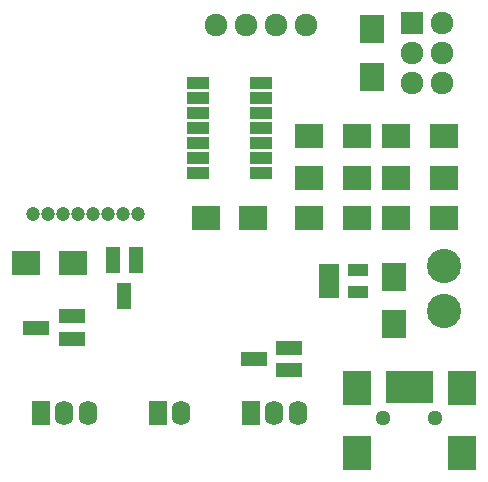
<source format=gts>
G04 #@! TF.FileFunction,Soldermask,Top*
%FSLAX46Y46*%
G04 Gerber Fmt 4.6, Leading zero omitted, Abs format (unit mm)*
G04 Created by KiCad (PCBNEW 0.201503230816+5530~22~ubuntu14.04.1-product) date Mi 02 Sep 2015 16:53:48 CEST*
%MOMM*%
G01*
G04 APERTURE LIST*
%ADD10C,0.150000*%
%ADD11R,2.400000X2.100000*%
%ADD12R,1.900000X1.000000*%
%ADD13R,1.924000X1.924000*%
%ADD14C,1.924000*%
%ADD15R,1.598880X2.099260*%
%ADD16O,1.598880X2.099260*%
%ADD17R,2.200860X1.200100*%
%ADD18R,2.100000X2.400000*%
%ADD19R,1.200100X2.200860*%
%ADD20C,1.200000*%
%ADD21R,0.900380X2.701240*%
%ADD22R,2.398980X2.899360*%
%ADD23C,1.299160*%
%ADD24C,2.899360*%
%ADD25R,1.700000X1.050000*%
G04 APERTURE END LIST*
D10*
D11*
X25813000Y21590000D03*
X29813000Y21590000D03*
X21050000Y21590000D03*
X17050000Y21590000D03*
X5810000Y17780000D03*
X1810000Y17780000D03*
X37179000Y28575000D03*
X33179000Y28575000D03*
X33179000Y25019000D03*
X37179000Y25019000D03*
D12*
X21750000Y25400000D03*
X21750000Y26670000D03*
X21750000Y27940000D03*
X21750000Y29210000D03*
X21750000Y30480000D03*
X21750000Y31750000D03*
X21750000Y33020000D03*
X16350000Y33020000D03*
X16350000Y31750000D03*
X16350000Y30480000D03*
X16350000Y29210000D03*
X16350000Y27940000D03*
X16350000Y26670000D03*
X16350000Y25400000D03*
D13*
X34544000Y38100000D03*
D14*
X37084000Y38100000D03*
X34544000Y35560000D03*
X37084000Y35560000D03*
X34544000Y33020000D03*
X37084000Y33020000D03*
D15*
X3081020Y5080000D03*
D16*
X5080000Y5080000D03*
X7078980Y5080000D03*
D15*
X20861020Y5080000D03*
D16*
X22860000Y5080000D03*
X24858980Y5080000D03*
D15*
X12969240Y5080000D03*
D16*
X14970760Y5080000D03*
D17*
X24107140Y8702000D03*
X24107140Y10602000D03*
X21104860Y9652000D03*
X5692140Y11369000D03*
X5692140Y13269000D03*
X2689860Y12319000D03*
D11*
X25813000Y28575000D03*
X29813000Y28575000D03*
D18*
X33020000Y12605000D03*
X33020000Y16605000D03*
D11*
X29813000Y25019000D03*
X25813000Y25019000D03*
D18*
X31115000Y33560000D03*
X31115000Y37560000D03*
D19*
X11110000Y18011140D03*
X9210000Y18011140D03*
X10160000Y15008860D03*
D20*
X2380000Y21888000D03*
X3653500Y21898400D03*
X4923500Y21898400D03*
X6193500Y21898400D03*
X7463500Y21898400D03*
X8733500Y21898400D03*
X10003500Y21898400D03*
X11273500Y21898400D03*
D21*
X32689800Y7259320D03*
X33489900Y7259320D03*
X34290000Y7259320D03*
X35090100Y7259320D03*
X35890200Y7259320D03*
D22*
X29839920Y7160260D03*
X29839920Y1661160D03*
X38740080Y7160260D03*
X38740080Y1661160D03*
D23*
X32090360Y4660900D03*
X36489640Y4660900D03*
D24*
X37211000Y17526000D03*
X37211000Y13716000D03*
D11*
X33179000Y21590000D03*
X37179000Y21590000D03*
D25*
X27502000Y17206000D03*
X27502000Y16256000D03*
X27502000Y15306000D03*
X29902000Y15306000D03*
X29902000Y17206000D03*
D14*
X25527000Y37973000D03*
X22987000Y37973000D03*
X20447000Y37973000D03*
X17907000Y37973000D03*
M02*

</source>
